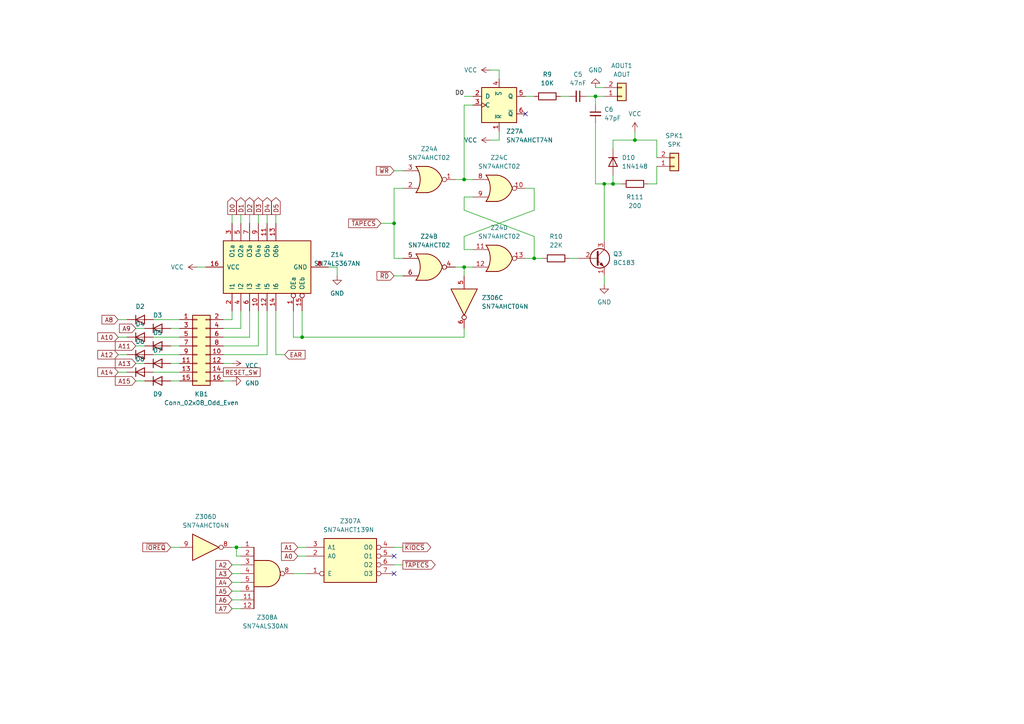
<source format=kicad_sch>
(kicad_sch (version 20230121) (generator eeschema)
  (paper "A4")
  (title_block (title "JupiterAce Z80 plus KIO and new memory format.") (date "2023-02-09") (rev "${REVNUM}") (company "Ontobus") (comment 1 "John Bradley") (comment 2 "https://creativecommons.org/licenses/by-nc-sa/4.0/") (comment 3 "Attribution-NonCommercial-ShareAlike 4.0 International License.") (comment 4 "This work is licensed under a Creative Commons "))
  (lib_symbols
    (symbol "74xx-FIX:74LS30" (pin_names (offset 1.016))
      (property "Reference" "U" (at 0 1.27 0))
      (property "Value" "74LS30" (at 0 -1.27 0))
      (symbol "74LS30_1_0"
        (pin no_connect line (at 0 -5.08 0) (length 2.54) hide (name "") (number "10"))
        (pin no_connect line (at -1.27 -6.35 0) (length 2.54) hide (name "") (number "13"))
        (pin no_connect line (at 0 -6.35 0) (length 2.54) hide (name "") (number "9"))
      )
      (symbol "74LS30_1_1"
        (arc (start 0 -3.81) (mid 3.7934 0) (end 0 3.81) (stroke (width 0.254)) (fill (type background)))
        (polyline (pts (xy -3.81 7.62) (xy -3.81 -10.16)) (stroke (width 0.254)))
        (polyline (pts (xy 0 3.81) (xy -3.81 3.81) (xy -3.81 -3.81) (xy 0 -3.81)) (stroke (width 0.254)) (fill (type background)))
        (pin input line (at -7.62 7.62 0) (length 3.81) (name "~") (number "1"))
        (pin input line (at -7.62 -7.62 0) (length 3.81) (name "~") (number "11"))
        (pin input line (at -7.62 -10.16 0) (length 3.81) (name "~") (number "12"))
        (pin input line (at -7.62 5.08 0) (length 3.81) (name "~") (number "2"))
        (pin input line (at -7.62 2.54 0) (length 3.81) (name "~") (number "3"))
        (pin input line (at -7.62 0 0) (length 3.81) (name "~") (number "4"))
        (pin input line (at -7.62 -2.54 0) (length 3.81) (name "~") (number "5"))
        (pin input line (at -7.62 -5.08 0) (length 3.81) (name "~") (number "6"))
        (pin output inverted (at 7.62 0 180) (length 3.81) (name "~") (number "8"))
      )
      (symbol "74LS30_1_2"
        (arc (start -3.81 -3.81) (mid -2.589 0) (end -3.81 3.81) (stroke (width 0.254)))
        (arc (start -0.6096 -3.81) (mid 2.1855 -2.584) (end 3.81 0) (stroke (width 0.254)) (fill (type background)))
        (polyline (pts (xy -3.81 -3.81) (xy -3.81 -10.16)) (stroke (width 0.254)))
        (polyline (pts (xy -3.81 -3.81) (xy -0.635 -3.81)) (stroke (width 0.254)) (fill (type background)))
        (polyline (pts (xy -3.81 3.81) (xy -0.635 3.81)) (stroke (width 0.254)) (fill (type background)))
        (polyline (pts (xy -3.81 7.62) (xy -3.81 3.81)) (stroke (width 0.254)))
        (polyline (pts (xy -0.635 3.81) (xy -3.81 3.81) (xy -3.81 3.81) (xy -3.556 3.4036) (xy -3.0226 2.2606) (xy -2.6924 1.0414) (xy -2.6162 -0.254) (xy -2.7686 -1.4986) (xy -3.175 -2.7178) (xy -3.81 -3.81) (xy -3.81 -3.81) (xy -0.635 -3.81)) (stroke (width -25.4)) (fill (type background)))
        (arc (start 3.81 0) (mid 2.1928 2.5925) (end -0.6096 3.81) (stroke (width 0.254)) (fill (type background)))
        (pin input inverted (at -7.62 7.62 0) (length 3.81) (name "~") (number "1"))
        (pin input inverted (at -7.62 -7.62 0) (length 3.81) (name "~") (number "11"))
        (pin input inverted (at -7.62 -10.16 0) (length 3.81) (name "~") (number "12"))
        (pin input inverted (at -7.62 5.08 0) (length 3.81) (name "~") (number "2"))
        (pin input inverted (at -7.62 2.54 0) (length 4.5466) (name "~") (number "3"))
        (pin input inverted (at -7.62 0 0) (length 5.08) (name "~") (number "4"))
        (pin input inverted (at -7.62 -2.54 0) (length 4.5466) (name "~") (number "5"))
        (pin input inverted (at -7.62 -5.08 0) (length 3.81) (name "~") (number "6"))
        (pin output line (at 7.62 0 180) (length 3.81) (name "~") (number "8"))
      )
      (symbol "74LS30_2_0"
        (pin power_in line (at 0 12.7 270) (length 5.08) (name "VCC") (number "14"))
        (pin power_in line (at 0 -12.7 90) (length 5.08) (name "GND") (number "7"))
      )
      (symbol "74LS30_2_1"
        (rectangle (start -5.08 7.62) (end 5.08 -7.62) (stroke (width 0.254)) (fill (type background)))
      )
    )
    (symbol "74xx:74LS02" (pin_names (offset 1.016))
      (property "Reference" "U" (at 8.255 -3.81 0))
      (property "Value" "74LS02" (at 8.255 -6.985 0))
      (symbol "74LS02_1_1"
        (arc (start -3.81 -3.81) (mid -2.589 0) (end -3.81 3.81) (stroke (width 0.254)))
        (arc (start -0.6096 -3.81) (mid 2.1842 -2.5851) (end 3.81 0) (stroke (width 0.254)) (fill (type background)))
        (polyline (pts (xy -3.81 -3.81) (xy -0.635 -3.81)) (stroke (width 0.254)) (fill (type background)))
        (polyline (pts (xy -3.81 3.81) (xy -0.635 3.81)) (stroke (width 0.254)) (fill (type background)))
        (polyline (pts (xy -0.635 3.81) (xy -3.81 3.81) (xy -3.81 3.81) (xy -3.556 3.4036) (xy -3.0226 2.2606) (xy -2.6924 1.0414) (xy -2.6162 -0.254) (xy -2.7686 -1.4986) (xy -3.175 -2.7178) (xy -3.81 -3.81) (xy -3.81 -3.81) (xy -0.635 -3.81)) (stroke (width -25.4)) (fill (type background)))
        (arc (start 3.81 0) (mid 2.1915 2.5936) (end -0.6096 3.81) (stroke (width 0.254)) (fill (type background)))
        (pin output inverted (at 7.62 0 180) (length 3.81) (name "~") (number "1"))
        (pin input line (at -7.62 2.54 0) (length 4.318) (name "~") (number "2"))
        (pin input line (at -7.62 -2.54 0) (length 4.318) (name "~") (number "3"))
      )
      (symbol "74LS02_1_2"
        (arc (start 0 -3.81) (mid 3.7934 0) (end 0 3.81) (stroke (width 0.254)) (fill (type background)))
        (polyline (pts (xy 0 3.81) (xy -3.81 3.81) (xy -3.81 -3.81) (xy 0 -3.81)) (stroke (width 0.254)) (fill (type background)))
        (pin output line (at 7.62 0 180) (length 3.81) (name "~") (number "1"))
        (pin input inverted (at -7.62 2.54 0) (length 3.81) (name "~") (number "2"))
        (pin input inverted (at -7.62 -2.54 0) (length 3.81) (name "~") (number "3"))
      )
      (symbol "74LS02_2_1"
        (arc (start -3.81 -3.81) (mid -2.589 0) (end -3.81 3.81) (stroke (width 0.254)))
        (arc (start -0.6096 -3.81) (mid 2.1842 -2.5851) (end 3.81 0) (stroke (width 0.254)) (fill (type background)))
        (polyline (pts (xy -3.81 -3.81) (xy -0.635 -3.81)) (stroke (width 0.254)) (fill (type background)))
        (polyline (pts (xy -3.81 3.81) (xy -0.635 3.81)) (stroke (width 0.254)) (fill (type background)))
        (polyline (pts (xy -0.635 3.81) (xy -3.81 3.81) (xy -3.81 3.81) (xy -3.556 3.4036) (xy -3.0226 2.2606) (xy -2.6924 1.0414) (xy -2.6162 -0.254) (xy -2.7686 -1.4986) (xy -3.175 -2.7178) (xy -3.81 -3.81) (xy -3.81 -3.81) (xy -0.635 -3.81)) (stroke (width -25.4)) (fill (type background)))
        (arc (start 3.81 0) (mid 2.1915 2.5936) (end -0.6096 3.81) (stroke (width 0.254)) (fill (type background)))
        (pin output inverted (at 7.62 0 180) (length 3.81) (name "~") (number "4"))
        (pin input line (at -7.62 2.54 0) (length 4.318) (name "~") (number "5"))
        (pin input line (at -7.62 -2.54 0) (length 4.318) (name "~") (number "6"))
      )
      (symbol "74LS02_2_2"
        (arc (start 0 -3.81) (mid 3.7934 0) (end 0 3.81) (stroke (width 0.254)) (fill (type background)))
        (polyline (pts (xy 0 3.81) (xy -3.81 3.81) (xy -3.81 -3.81) (xy 0 -3.81)) (stroke (width 0.254)) (fill (type background)))
        (pin output line (at 7.62 0 180) (length 3.81) (name "~") (number "4"))
        (pin input inverted (at -7.62 2.54 0) (length 3.81) (name "~") (number "5"))
        (pin input inverted (at -7.62 -2.54 0) (length 3.81) (name "~") (number "6"))
      )
      (symbol "74LS02_3_1"
        (arc (start -3.81 -3.81) (mid -2.589 0) (end -3.81 3.81) (stroke (width 0.254)))
        (arc (start -0.6096 -3.81) (mid 2.1842 -2.5851) (end 3.81 0) (stroke (width 0.254)) (fill (type background)))
        (polyline (pts (xy -3.81 -3.81) (xy -0.635 -3.81)) (stroke (width 0.254)) (fill (type background)))
        (polyline (pts (xy -3.81 3.81) (xy -0.635 3.81)) (stroke (width 0.254)) (fill (type background)))
        (polyline (pts (xy -0.635 3.81) (xy -3.81 3.81) (xy -3.81 3.81) (xy -3.556 3.4036) (xy -3.0226 2.2606) (xy -2.6924 1.0414) (xy -2.6162 -0.254) (xy -2.7686 -1.4986) (xy -3.175 -2.7178) (xy -3.81 -3.81) (xy -3.81 -3.81) (xy -0.635 -3.81)) (stroke (width -25.4)) (fill (type background)))
        (arc (start 3.81 0) (mid 2.1915 2.5936) (end -0.6096 3.81) (stroke (width 0.254)) (fill (type background)))
        (pin output inverted (at 7.62 0 180) (length 3.81) (name "~") (number "10"))
        (pin input line (at -7.62 2.54 0) (length 4.318) (name "~") (number "8"))
        (pin input line (at -7.62 -2.54 0) (length 4.318) (name "~") (number "9"))
      )
      (symbol "74LS02_3_2"
        (arc (start 0 -3.81) (mid 3.7934 0) (end 0 3.81) (stroke (width 0.254)) (fill (type background)))
        (polyline (pts (xy 0 3.81) (xy -3.81 3.81) (xy -3.81 -3.81) (xy 0 -3.81)) (stroke (width 0.254)) (fill (type background)))
        (pin output line (at 7.62 0 180) (length 3.81) (name "~") (number "10"))
        (pin input inverted (at -7.62 2.54 0) (length 3.81) (name "~") (number "8"))
        (pin input inverted (at -7.62 -2.54 0) (length 3.81) (name "~") (number "9"))
      )
      (symbol "74LS02_4_1"
        (arc (start -3.81 -3.81) (mid -2.589 0) (end -3.81 3.81) (stroke (width 0.254)))
        (arc (start -0.6096 -3.81) (mid 2.1842 -2.5851) (end 3.81 0) (stroke (width 0.254)) (fill (type background)))
        (polyline (pts (xy -3.81 -3.81) (xy -0.635 -3.81)) (stroke (width 0.254)) (fill (type background)))
        (polyline (pts (xy -3.81 3.81) (xy -0.635 3.81)) (stroke (width 0.254)) (fill (type background)))
        (polyline (pts (xy -0.635 3.81) (xy -3.81 3.81) (xy -3.81 3.81) (xy -3.556 3.4036) (xy -3.0226 2.2606) (xy -2.6924 1.0414) (xy -2.6162 -0.254) (xy -2.7686 -1.4986) (xy -3.175 -2.7178) (xy -3.81 -3.81) (xy -3.81 -3.81) (xy -0.635 -3.81)) (stroke (width -25.4)) (fill (type background)))
        (arc (start 3.81 0) (mid 2.1915 2.5936) (end -0.6096 3.81) (stroke (width 0.254)) (fill (type background)))
        (pin input line (at -7.62 2.54 0) (length 4.318) (name "~") (number "11"))
        (pin input line (at -7.62 -2.54 0) (length 4.318) (name "~") (number "12"))
        (pin output inverted (at 7.62 0 180) (length 3.81) (name "~") (number "13"))
      )
      (symbol "74LS02_4_2"
        (arc (start 0 -3.81) (mid 3.7934 0) (end 0 3.81) (stroke (width 0.254)) (fill (type background)))
        (polyline (pts (xy 0 3.81) (xy -3.81 3.81) (xy -3.81 -3.81) (xy 0 -3.81)) (stroke (width 0.254)) (fill (type background)))
        (pin input inverted (at -7.62 2.54 0) (length 3.81) (name "~") (number "11"))
        (pin input inverted (at -7.62 -2.54 0) (length 3.81) (name "~") (number "12"))
        (pin output line (at 7.62 0 180) (length 3.81) (name "~") (number "13"))
      )
      (symbol "74LS02_5_0"
        (pin power_in line (at 0 12.7 270) (length 5.08) (name "VCC") (number "14"))
        (pin power_in line (at 0 -12.7 90) (length 5.08) (name "GND") (number "7"))
      )
      (symbol "74LS02_5_1"
        (rectangle (start -5.08 7.62) (end 5.08 -7.62) (stroke (width 0.254)) (fill (type background)))
      )
    )
    (symbol "74xx:74LS04"
      (property "Reference" "U" (at 0 1.27 0))
      (property "Value" "74LS04" (at 0 -1.27 0))
      (symbol "74LS04_1_0"
        (polyline (pts (xy -3.81 3.81) (xy -3.81 -3.81) (xy 3.81 0) (xy -3.81 3.81)) (stroke (width 0.254)) (fill (type background)))
        (pin input line (at -7.62 0 0) (length 3.81) (name "~") (number "1"))
        (pin output inverted (at 7.62 0 180) (length 3.81) (name "~") (number "2"))
      )
      (symbol "74LS04_2_0"
        (polyline (pts (xy -3.81 3.81) (xy -3.81 -3.81) (xy 3.81 0) (xy -3.81 3.81)) (stroke (width 0.254)) (fill (type background)))
        (pin input line (at -7.62 0 0) (length 3.81) (name "~") (number "3"))
        (pin output inverted (at 7.62 0 180) (length 3.81) (name "~") (number "4"))
      )
      (symbol "74LS04_3_0"
        (polyline (pts (xy -3.81 3.81) (xy -3.81 -3.81) (xy 3.81 0) (xy -3.81 3.81)) (stroke (width 0.254)) (fill (type background)))
        (pin input line (at -7.62 0 0) (length 3.81) (name "~") (number "5"))
        (pin output inverted (at 7.62 0 180) (length 3.81) (name "~") (number "6"))
      )
      (symbol "74LS04_4_0"
        (polyline (pts (xy -3.81 3.81) (xy -3.81 -3.81) (xy 3.81 0) (xy -3.81 3.81)) (stroke (width 0.254)) (fill (type background)))
        (pin output inverted (at 7.62 0 180) (length 3.81) (name "~") (number "8"))
        (pin input line (at -7.62 0 0) (length 3.81) (name "~") (number "9"))
      )
      (symbol "74LS04_5_0"
        (polyline (pts (xy -3.81 3.81) (xy -3.81 -3.81) (xy 3.81 0) (xy -3.81 3.81)) (stroke (width 0.254)) (fill (type background)))
        (pin output inverted (at 7.62 0 180) (length 3.81) (name "~") (number "10"))
        (pin input line (at -7.62 0 0) (length 3.81) (name "~") (number "11"))
      )
      (symbol "74LS04_6_0"
        (polyline (pts (xy -3.81 3.81) (xy -3.81 -3.81) (xy 3.81 0) (xy -3.81 3.81)) (stroke (width 0.254)) (fill (type background)))
        (pin output inverted (at 7.62 0 180) (length 3.81) (name "~") (number "12"))
        (pin input line (at -7.62 0 0) (length 3.81) (name "~") (number "13"))
      )
      (symbol "74LS04_7_0"
        (pin power_in line (at 0 12.7 270) (length 5.08) (name "VCC") (number "14"))
        (pin power_in line (at 0 -12.7 90) (length 5.08) (name "GND") (number "7"))
      )
      (symbol "74LS04_7_1"
        (rectangle (start -5.08 7.62) (end 5.08 -7.62) (stroke (width 0.254)) (fill (type background)))
      )
    )
    (symbol "74xx:74LS139" (pin_names (offset 1.016))
      (property "Reference" "U" (at -7.62 8.89 0))
      (property "Value" "74LS139" (at -7.62 -8.89 0))
      (symbol "74LS139_1_0"
        (pin input inverted (at -12.7 -5.08 0) (length 5.08) (name "E") (number "1"))
        (pin input line (at -12.7 0 0) (length 5.08) (name "A0") (number "2"))
        (pin input line (at -12.7 2.54 0) (length 5.08) (name "A1") (number "3"))
        (pin output inverted (at 12.7 2.54 180) (length 5.08) (name "O0") (number "4"))
        (pin output inverted (at 12.7 0 180) (length 5.08) (name "O1") (number "5"))
        (pin output inverted (at 12.7 -2.54 180) (length 5.08) (name "O2") (number "6"))
        (pin output inverted (at 12.7 -5.08 180) (length 5.08) (name "O3") (number "7"))
      )
      (symbol "74LS139_1_1"
        (rectangle (start -7.62 5.08) (end 7.62 -7.62) (stroke (width 0.254)) (fill (type background)))
      )
      (symbol "74LS139_2_0"
        (pin output inverted (at 12.7 -2.54 180) (length 5.08) (name "O2") (number "10"))
        (pin output inverted (at 12.7 0 180) (length 5.08) (name "O1") (number "11"))
        (pin output inverted (at 12.7 2.54 180) (length 5.08) (name "O0") (number "12"))
        (pin input line (at -12.7 2.54 0) (length 5.08) (name "A1") (number "13"))
        (pin input line (at -12.7 0 0) (length 5.08) (name "A0") (number "14"))
        (pin input inverted (at -12.7 -5.08 0) (length 5.08) (name "E") (number "15"))
        (pin output inverted (at 12.7 -5.08 180) (length 5.08) (name "O3") (number "9"))
      )
      (symbol "74LS139_2_1"
        (rectangle (start -7.62 5.08) (end 7.62 -7.62) (stroke (width 0.254)) (fill (type background)))
      )
      (symbol "74LS139_3_0"
        (pin power_in line (at 0 12.7 270) (length 5.08) (name "VCC") (number "16"))
        (pin power_in line (at 0 -12.7 90) (length 5.08) (name "GND") (number "8"))
      )
      (symbol "74LS139_3_1"
        (rectangle (start -5.08 7.62) (end 5.08 -7.62) (stroke (width 0.254)) (fill (type background)))
      )
    )
    (symbol "74xx:74LS367" (pin_names (offset 1.016))
      (property "Reference" "U" (at -7.62 13.97 0))
      (property "Value" "74LS367" (at -7.62 -13.97 0))
      (symbol "74LS367_1_0"
        (pin input inverted (at -12.7 -7.62 0) (length 5.08) (name "OEa") (number "1"))
        (pin input line (at -12.7 2.54 0) (length 5.08) (name "I4") (number "10"))
        (pin tri_state line (at 12.7 0 180) (length 5.08) (name "O5b") (number "11"))
        (pin input line (at -12.7 0 0) (length 5.08) (name "I5") (number "12"))
        (pin tri_state line (at 12.7 -2.54 180) (length 5.08) (name "O6b") (number "13"))
        (pin input line (at -12.7 -2.54 0) (length 5.08) (name "I6") (number "14"))
        (pin input inverted (at -12.7 -10.16 0) (length 5.08) (name "OEb") (number "15"))
        (pin power_in line (at 0 17.78 270) (length 5.08) (name "VCC") (number "16"))
        (pin input line (at -12.7 10.16 0) (length 5.08) (name "I1") (number "2"))
        (pin tri_state line (at 12.7 10.16 180) (length 5.08) (name "O1a") (number "3"))
        (pin input line (at -12.7 7.62 0) (length 5.08) (name "I2") (number "4"))
        (pin tri_state line (at 12.7 7.62 180) (length 5.08) (name "O2a") (number "5"))
        (pin input line (at -12.7 5.08 0) (length 5.08) (name "I3") (number "6"))
        (pin tri_state line (at 12.7 5.08 180) (length 5.08) (name "O3a") (number "7"))
        (pin power_in line (at 0 -17.78 90) (length 5.08) (name "GND") (number "8"))
        (pin tri_state line (at 12.7 2.54 180) (length 5.08) (name "O4a") (number "9"))
      )
      (symbol "74LS367_1_1"
        (rectangle (start -7.62 12.7) (end 7.62 -12.7) (stroke (width 0.254)) (fill (type background)))
      )
    )
    (symbol "74xx:74LS74" (pin_names (offset 1.016))
      (property "Reference" "U" (at -7.62 8.89 0))
      (property "Value" "74LS74" (at -7.62 -8.89 0))
      (symbol "74LS74_1_0"
        (pin input line (at 0 -7.62 90) (length 2.54) (name "~{R}") (number "1"))
        (pin input line (at -7.62 2.54 0) (length 2.54) (name "D") (number "2"))
        (pin input clock (at -7.62 0 0) (length 2.54) (name "C") (number "3"))
        (pin input line (at 0 7.62 270) (length 2.54) (name "~{S}") (number "4"))
        (pin output line (at 7.62 2.54 180) (length 2.54) (name "Q") (number "5"))
        (pin output line (at 7.62 -2.54 180) (length 2.54) (name "~{Q}") (number "6"))
      )
      (symbol "74LS74_1_1"
        (rectangle (start -5.08 5.08) (end 5.08 -5.08) (stroke (width 0.254)) (fill (type background)))
      )
      (symbol "74LS74_2_0"
        (pin input line (at 0 7.62 270) (length 2.54) (name "~{S}") (number "10"))
        (pin input clock (at -7.62 0 0) (length 2.54) (name "C") (number "11"))
        (pin input line (at -7.62 2.54 0) (length 2.54) (name "D") (number "12"))
        (pin input line (at 0 -7.62 90) (length 2.54) (name "~{R}") (number "13"))
        (pin output line (at 7.62 -2.54 180) (length 2.54) (name "~{Q}") (number "8"))
        (pin output line (at 7.62 2.54 180) (length 2.54) (name "Q") (number "9"))
      )
      (symbol "74LS74_2_1"
        (rectangle (start -5.08 5.08) (end 5.08 -5.08) (stroke (width 0.254)) (fill (type background)))
      )
      (symbol "74LS74_3_0"
        (pin power_in line (at 0 10.16 270) (length 2.54) (name "VCC") (number "14"))
        (pin power_in line (at 0 -10.16 90) (length 2.54) (name "GND") (number "7"))
      )
      (symbol "74LS74_3_1"
        (rectangle (start -5.08 7.62) (end 5.08 -7.62) (stroke (width 0.254)) (fill (type background)))
      )
    )
    (symbol "Connector_Generic:Conn_01x02" (pin_names (offset 1.016) hide)
      (property "Reference" "J" (at 0 2.54 0))
      (property "Value" "Conn_01x02" (at 0 -5.08 0))
      (symbol "Conn_01x02_1_1"
        (rectangle (start -1.27 -2.413) (end 0 -2.667) (stroke (width 0.1524)))
        (rectangle (start -1.27 0.127) (end 0 -0.127) (stroke (width 0.1524)))
        (rectangle (start -1.27 1.27) (end 1.27 -3.81) (stroke (width 0.254)) (fill (type background)))
        (pin passive line (at -5.08 0 0) (length 3.81) (name "Pin_1") (number "1"))
        (pin passive line (at -5.08 -2.54 0) (length 3.81) (name "Pin_2") (number "2"))
      )
    )
    (symbol "Connector_Generic:Conn_02x08_Odd_Even" (pin_names (offset 1.016) hide)
      (property "Reference" "J" (at 1.27 10.16 0))
      (property "Value" "Conn_02x08_Odd_Even" (at 1.27 -12.7 0))
      (symbol "Conn_02x08_Odd_Even_1_1"
        (rectangle (start -1.27 -10.033) (end 0 -10.287) (stroke (width 0.1524)))
        (rectangle (start -1.27 -7.493) (end 0 -7.747) (stroke (width 0.1524)))
        (rectangle (start -1.27 -4.953) (end 0 -5.207) (stroke (width 0.1524)))
        (rectangle (start -1.27 -2.413) (end 0 -2.667) (stroke (width 0.1524)))
        (rectangle (start -1.27 0.127) (end 0 -0.127) (stroke (width 0.1524)))
        (rectangle (start -1.27 2.667) (end 0 2.413) (stroke (width 0.1524)))
        (rectangle (start -1.27 5.207) (end 0 4.953) (stroke (width 0.1524)))
        (rectangle (start -1.27 7.747) (end 0 7.493) (stroke (width 0.1524)))
        (rectangle (start -1.27 8.89) (end 3.81 -11.43) (stroke (width 0.254)) (fill (type background)))
        (rectangle (start 3.81 -10.033) (end 2.54 -10.287) (stroke (width 0.1524)))
        (rectangle (start 3.81 -7.493) (end 2.54 -7.747) (stroke (width 0.1524)))
        (rectangle (start 3.81 -4.953) (end 2.54 -5.207) (stroke (width 0.1524)))
        (rectangle (start 3.81 -2.413) (end 2.54 -2.667) (stroke (width 0.1524)))
        (rectangle (start 3.81 0.127) (end 2.54 -0.127) (stroke (width 0.1524)))
        (rectangle (start 3.81 2.667) (end 2.54 2.413) (stroke (width 0.1524)))
        (rectangle (start 3.81 5.207) (end 2.54 4.953) (stroke (width 0.1524)))
        (rectangle (start 3.81 7.747) (end 2.54 7.493) (stroke (width 0.1524)))
        (pin passive line (at -5.08 7.62 0) (length 3.81) (name "Pin_1") (number "1"))
        (pin passive line (at 7.62 -2.54 180) (length 3.81) (name "Pin_10") (number "10"))
        (pin passive line (at -5.08 -5.08 0) (length 3.81) (name "Pin_11") (number "11"))
        (pin passive line (at 7.62 -5.08 180) (length 3.81) (name "Pin_12") (number "12"))
        (pin passive line (at -5.08 -7.62 0) (length 3.81) (name "Pin_13") (number "13"))
        (pin passive line (at 7.62 -7.62 180) (length 3.81) (name "Pin_14") (number "14"))
        (pin passive line (at -5.08 -10.16 0) (length 3.81) (name "Pin_15") (number "15"))
        (pin passive line (at 7.62 -10.16 180) (length 3.81) (name "Pin_16") (number "16"))
        (pin passive line (at 7.62 7.62 180) (length 3.81) (name "Pin_2") (number "2"))
        (pin passive line (at -5.08 5.08 0) (length 3.81) (name "Pin_3") (number "3"))
        (pin passive line (at 7.62 5.08 180) (length 3.81) (name "Pin_4") (number "4"))
        (pin passive line (at -5.08 2.54 0) (length 3.81) (name "Pin_5") (number "5"))
        (pin passive line (at 7.62 2.54 180) (length 3.81) (name "Pin_6") (number "6"))
        (pin passive line (at -5.08 0 0) (length 3.81) (name "Pin_7") (number "7"))
        (pin passive line (at 7.62 0 180) (length 3.81) (name "Pin_8") (number "8"))
        (pin passive line (at -5.08 -2.54 0) (length 3.81) (name "Pin_9") (number "9"))
      )
    )
    (symbol "Device:C_Small" (pin_numbers hide) (pin_names (offset 0.254) hide)
      (property "Reference" "C" (at 0.254 1.778 0))
      (property "Value" "C_Small" (at 0.254 -2.032 0))
      (symbol "C_Small_0_1"
        (polyline (pts (xy -1.524 -0.508) (xy 1.524 -0.508)) (stroke (width 0.3302)))
        (polyline (pts (xy -1.524 0.508) (xy 1.524 0.508)) (stroke (width 0.3048)))
      )
      (symbol "C_Small_1_1"
        (pin passive line (at 0 2.54 270) (length 2.032) (name "~") (number "1"))
        (pin passive line (at 0 -2.54 90) (length 2.032) (name "~") (number "2"))
      )
    )
    (symbol "Device:Q_NPN_EBC" (pin_names (offset 0) hide)
      (property "Reference" "Q" (at 5.08 1.27 0))
      (property "Value" "Q_NPN_EBC" (at 5.08 -1.27 0))
      (symbol "Q_NPN_EBC_0_1"
        (polyline (pts (xy 0.635 0.635) (xy 2.54 2.54)))
        (polyline (pts (xy 0.635 -0.635) (xy 2.54 -2.54) (xy 2.54 -2.54)))
        (polyline (pts (xy 0.635 1.905) (xy 0.635 -1.905) (xy 0.635 -1.905)) (stroke (width 0.508)))
        (polyline (pts (xy 1.27 -1.778) (xy 1.778 -1.27) (xy 2.286 -2.286) (xy 1.27 -1.778) (xy 1.27 -1.778)) (fill (type outline)))
        (circle (center 1.27 0) (radius 2.8194) (stroke (width 0.254)))
      )
      (symbol "Q_NPN_EBC_1_1"
        (pin passive line (at 2.54 -5.08 90) (length 2.54) (name "E") (number "1"))
        (pin passive line (at -5.08 0 0) (length 5.715) (name "B") (number "2"))
        (pin passive line (at 2.54 5.08 270) (length 2.54) (name "C") (number "3"))
      )
    )
    (symbol "Device:R" (pin_numbers hide) (pin_names (offset 0))
      (property "Reference" "R" (at 2.032 0 90))
      (property "Value" "R" (at 0 0 90))
      (symbol "R_0_1"
        (rectangle (start -1.016 -2.54) (end 1.016 2.54) (stroke (width 0.254)))
      )
      (symbol "R_1_1"
        (pin passive line (at 0 3.81 270) (length 1.27) (name "~") (number "1"))
        (pin passive line (at 0 -3.81 90) (length 1.27) (name "~") (number "2"))
      )
    )
    (symbol "Diode:1N4148" (pin_numbers hide) (pin_names hide)
      (property "Reference" "D" (at 0 2.54 0))
      (property "Value" "1N4148" (at 0 -2.54 0))
      (symbol "1N4148_0_1"
        (polyline (pts (xy -1.27 1.27) (xy -1.27 -1.27)) (stroke (width 0.254)))
        (polyline (pts (xy 1.27 0) (xy -1.27 0)))
        (polyline (pts (xy 1.27 1.27) (xy 1.27 -1.27) (xy -1.27 0) (xy 1.27 1.27)) (stroke (width 0.254)))
      )
      (symbol "1N4148_1_1"
        (pin passive line (at -3.81 0 0) (length 2.54) (name "K") (number "1"))
        (pin passive line (at 3.81 0 180) (length 2.54) (name "A") (number "2"))
      )
    )
    (symbol "power:GND" (power) (pin_names (offset 0))
      (property "Value" "GND" (at 0 -3.81 0))
      (symbol "GND_0_1"
        (polyline (pts (xy 0 0) (xy 0 -1.27) (xy 1.27 -1.27) (xy 0 -2.54) (xy -1.27 -1.27) (xy 0 -1.27)))
      )
      (symbol "GND_1_1"
        (pin power_in line (at 0 0 270) (length 0) hide (name "GND") (number "1"))
      )
    )
    (symbol "power:VCC" (power) (pin_names (offset 0))
      (property "Value" "VCC" (at 0 3.81 0))
      (symbol "VCC_0_1"
        (polyline (pts (xy -0.762 1.27) (xy 0 2.54)))
        (polyline (pts (xy 0 0) (xy 0 2.54)))
        (polyline (pts (xy 0 2.54) (xy 0.762 1.27)))
      )
      (symbol "VCC_1_1"
        (pin power_in line (at 0 0 90) (length 0) hide (name "VCC") (number "1"))
      )
    )
  )
  (junction (at 114.3 64.77))
  (junction (at 172.72 27.94))
  (junction (at 87.63 97.79))
  (junction (at 134.62 77.47))
  (junction (at 184.15 40.64))
  (junction (at 175.26 53.34))
  (junction (at 68.58 158.75))
  (junction (at 154.94 74.93))
  (junction (at 177.8 53.34))
  (junction (at 134.62 52.07))
  (no_connect (at 114.3 166.37))
  (no_connect (at 114.3 161.29))
  (no_connect (at 152.4 33.02))
  (wire (pts (xy 88.9 166.37) (xy 85.09 166.37)))
  (wire (pts (xy 69.85 158.75) (xy 68.58 158.75)))
  (wire (pts (xy 154.94 54.61) (xy 154.94 60.96)))
  (wire (pts (xy 41.91 95.25) (xy 39.37 95.25)))
  (wire (pts (xy 172.72 27.94) (xy 175.26 27.94)))
  (wire (pts (xy 134.62 77.47) (xy 137.16 77.47)))
  (wire (pts (xy 177.8 40.64) (xy 177.8 43.18)))
  (wire (pts (xy 80.01 90.17) (xy 80.01 102.87)))
  (wire (pts (xy 114.3 74.93) (xy 116.84 74.93)))
  (wire (pts (xy 74.93 100.33) (xy 64.77 100.33)))
  (wire (pts (xy 36.83 92.71) (xy 34.29 92.71)))
  (wire (pts (xy 175.26 82.55) (xy 175.26 80.01)))
  (wire (pts (xy 152.4 74.93) (xy 154.94 74.93)))
  (wire (pts (xy 175.26 53.34) (xy 175.26 69.85)))
  (wire (pts (xy 152.4 27.94) (xy 154.94 27.94)))
  (wire (pts (xy 134.62 95.25) (xy 134.62 97.79)))
  (wire (pts (xy 52.07 102.87) (xy 44.45 102.87)))
  (wire (pts (xy 69.85 163.83) (xy 67.31 163.83)))
  (wire (pts (xy 134.62 68.58) (xy 134.62 72.39)))
  (wire (pts (xy 77.47 64.77) (xy 77.47 62.23)))
  (wire (pts (xy 177.8 40.64) (xy 184.15 40.64)))
  (wire (pts (xy 172.72 53.34) (xy 172.72 35.56)))
  (wire (pts (xy 69.85 64.77) (xy 69.85 62.23)))
  (wire (pts (xy 68.58 158.75) (xy 67.31 158.75)))
  (wire (pts (xy 68.58 158.75) (xy 68.58 161.29)))
  (wire (pts (xy 142.24 40.64) (xy 144.78 40.64)))
  (wire (pts (xy 132.08 77.47) (xy 134.62 77.47)))
  (wire (pts (xy 190.5 40.64) (xy 184.15 40.64)))
  (wire (pts (xy 116.84 49.53) (xy 114.3 49.53)))
  (wire (pts (xy 80.01 102.87) (xy 82.55 102.87)))
  (wire (pts (xy 49.53 110.49) (xy 52.07 110.49)))
  (wire (pts (xy 64.77 95.25) (xy 69.85 95.25)))
  (wire (pts (xy 137.16 52.07) (xy 134.62 52.07)))
  (wire (pts (xy 69.85 166.37) (xy 67.31 166.37)))
  (wire (pts (xy 85.09 90.17) (xy 85.09 97.79)))
  (wire (pts (xy 69.85 90.17) (xy 69.85 95.25)))
  (wire (pts (xy 162.56 27.94) (xy 165.1 27.94)))
  (wire (pts (xy 67.31 90.17) (xy 67.31 92.71)))
  (wire (pts (xy 64.77 110.49) (xy 67.31 110.49)))
  (wire (pts (xy 64.77 102.87) (xy 77.47 102.87)))
  (wire (pts (xy 69.85 168.91) (xy 67.31 168.91)))
  (wire (pts (xy 152.4 54.61) (xy 154.94 54.61)))
  (wire (pts (xy 74.93 90.17) (xy 74.93 100.33)))
  (wire (pts (xy 190.5 45.72) (xy 190.5 40.64)))
  (wire (pts (xy 172.72 25.4) (xy 175.26 25.4)))
  (wire (pts (xy 49.53 95.25) (xy 52.07 95.25)))
  (wire (pts (xy 88.9 161.29) (xy 86.36 161.29)))
  (wire (pts (xy 95.25 77.47) (xy 97.79 77.47)))
  (wire (pts (xy 134.62 60.96) (xy 154.94 68.58)))
  (wire (pts (xy 134.62 27.94) (xy 137.16 27.94)))
  (wire (pts (xy 41.91 105.41) (xy 39.37 105.41)))
  (wire (pts (xy 97.79 77.47) (xy 97.79 80.01)))
  (wire (pts (xy 170.18 27.94) (xy 172.72 27.94)))
  (wire (pts (xy 41.91 100.33) (xy 39.37 100.33)))
  (wire (pts (xy 87.63 90.17) (xy 87.63 97.79)))
  (wire (pts (xy 134.62 30.48) (xy 137.16 30.48)))
  (wire (pts (xy 114.3 54.61) (xy 114.3 64.77)))
  (wire (pts (xy 59.69 77.47) (xy 57.15 77.47)))
  (wire (pts (xy 134.62 60.96) (xy 134.62 57.15)))
  (wire (pts (xy 52.07 158.75) (xy 49.53 158.75)))
  (wire (pts (xy 72.39 90.17) (xy 72.39 97.79)))
  (wire (pts (xy 154.94 74.93) (xy 157.48 74.93)))
  (wire (pts (xy 175.26 53.34) (xy 177.8 53.34)))
  (wire (pts (xy 52.07 97.79) (xy 44.45 97.79)))
  (wire (pts (xy 68.58 161.29) (xy 69.85 161.29)))
  (wire (pts (xy 142.24 20.32) (xy 144.78 20.32)))
  (wire (pts (xy 184.15 40.64) (xy 184.15 38.1)))
  (wire (pts (xy 87.63 97.79) (xy 134.62 97.79)))
  (wire (pts (xy 88.9 158.75) (xy 86.36 158.75)))
  (wire (pts (xy 64.77 105.41) (xy 67.31 105.41)))
  (wire (pts (xy 69.85 176.53) (xy 67.31 176.53)))
  (wire (pts (xy 72.39 64.77) (xy 72.39 62.23)))
  (wire (pts (xy 190.5 48.26) (xy 190.5 53.34)))
  (wire (pts (xy 154.94 60.96) (xy 134.62 68.58)))
  (wire (pts (xy 134.62 57.15) (xy 137.16 57.15)))
  (wire (pts (xy 144.78 38.1) (xy 144.78 40.64)))
  (wire (pts (xy 134.62 30.48) (xy 134.62 52.07)))
  (wire (pts (xy 177.8 53.34) (xy 177.8 50.8)))
  (wire (pts (xy 114.3 54.61) (xy 116.84 54.61)))
  (wire (pts (xy 114.3 163.83) (xy 116.84 163.83)))
  (wire (pts (xy 36.83 97.79) (xy 34.29 97.79)))
  (wire (pts (xy 49.53 100.33) (xy 52.07 100.33)))
  (wire (pts (xy 36.83 102.87) (xy 34.29 102.87)))
  (wire (pts (xy 180.34 53.34) (xy 177.8 53.34)))
  (wire (pts (xy 85.09 97.79) (xy 87.63 97.79)))
  (wire (pts (xy 116.84 80.01) (xy 114.3 80.01)))
  (wire (pts (xy 69.85 171.45) (xy 67.31 171.45)))
  (wire (pts (xy 114.3 158.75) (xy 116.84 158.75)))
  (wire (pts (xy 67.31 64.77) (xy 67.31 62.23)))
  (wire (pts (xy 80.01 64.77) (xy 80.01 62.23)))
  (wire (pts (xy 36.83 107.95) (xy 34.29 107.95)))
  (wire (pts (xy 52.07 107.95) (xy 44.45 107.95)))
  (wire (pts (xy 132.08 52.07) (xy 134.62 52.07)))
  (wire (pts (xy 114.3 74.93) (xy 114.3 64.77)))
  (wire (pts (xy 74.93 64.77) (xy 74.93 62.23)))
  (wire (pts (xy 64.77 92.71) (xy 67.31 92.71)))
  (wire (pts (xy 52.07 92.71) (xy 44.45 92.71)))
  (wire (pts (xy 172.72 27.94) (xy 172.72 30.48)))
  (wire (pts (xy 64.77 97.79) (xy 72.39 97.79)))
  (wire (pts (xy 165.1 74.93) (xy 167.64 74.93)))
  (wire (pts (xy 110.49 64.77) (xy 114.3 64.77)))
  (wire (pts (xy 134.62 80.01) (xy 134.62 77.47)))
  (wire (pts (xy 144.78 22.86) (xy 144.78 20.32)))
  (wire (pts (xy 41.91 110.49) (xy 39.37 110.49)))
  (wire (pts (xy 49.53 105.41) (xy 52.07 105.41)))
  (wire (pts (xy 69.85 173.99) (xy 67.31 173.99)))
  (wire (pts (xy 77.47 90.17) (xy 77.47 102.87)))
  (wire (pts (xy 190.5 53.34) (xy 187.96 53.34)))
  (wire (pts (xy 172.72 53.34) (xy 175.26 53.34)))
  (wire (pts (xy 154.94 74.93) (xy 154.94 68.58)))
  (wire (pts (xy 134.62 72.39) (xy 137.16 72.39)))
  (label "D0" (at 134.62 27.94 0))
  (global_label "D5" (shape output) (at 80.01 62.23 90) (property "Intersheetrefs" "${INTERSHEET_REFS}" (at 79.9306 57.4263 90) (effects (justify left))))
  (global_label "A9" (shape input) (at 39.37 95.25 180) (property "Intersheetrefs" "${INTERSHEET_REFS}" (at 34.7477 95.1706 0) (effects (justify right))))
  (global_label "A1" (shape input) (at 86.36 158.75 180) (property "Intersheetrefs" "${INTERSHEET_REFS}" (at 81.7377 158.6706 0) (effects (justify right))))
  (global_label "A10" (shape input) (at 34.29 97.79 180) (property "Intersheetrefs" "${INTERSHEET_REFS}" (at 28.4582 97.7106 0) (effects (justify right))))
  (global_label "A0" (shape input) (at 86.36 161.29 180) (property "Intersheetrefs" "${INTERSHEET_REFS}" (at 81.7377 161.2106 0) (effects (justify right))))
  (global_label "D2" (shape output) (at 72.39 62.23 90) (property "Intersheetrefs" "${INTERSHEET_REFS}" (at 72.3106 57.4263 90) (effects (justify left))))
  (global_label "~{KIOCS}" (shape output) (at 116.84 158.75 0) (property "Intersheetrefs" "${INTERSHEET_REFS}" (at 124.849 158.6706 0) (effects (justify left))))
  (global_label "~{TAPECS}" (shape output) (at 116.84 163.83 0) (property "Intersheetrefs" "${INTERSHEET_REFS}" (at 126.119 163.7506 0) (effects (justify left))))
  (global_label "A6" (shape input) (at 67.31 173.99 180) (property "Intersheetrefs" "${INTERSHEET_REFS}" (at 62.6877 173.9106 0) (effects (justify right))))
  (global_label "~{WR}" (shape input) (at 114.3 49.53 180) (property "Intersheetrefs" "${INTERSHEET_REFS}" (at 109.2544 49.4506 0) (effects (justify right))))
  (global_label "A12" (shape input) (at 34.29 102.87 180) (property "Intersheetrefs" "${INTERSHEET_REFS}" (at 28.4582 102.7906 0) (effects (justify right))))
  (global_label "A2" (shape input) (at 67.31 163.83 180) (property "Intersheetrefs" "${INTERSHEET_REFS}" (at 62.6877 163.7506 0) (effects (justify right))))
  (global_label "EAR" (shape input) (at 82.55 102.87 0) (property "Intersheetrefs" "${INTERSHEET_REFS}" (at 88.3818 102.7906 0) (effects (justify left))))
  (global_label "A11" (shape input) (at 39.37 100.33 180) (property "Intersheetrefs" "${INTERSHEET_REFS}" (at 33.5382 100.2506 0) (effects (justify right))))
  (global_label "RESET_SW" (shape passive) (at 64.77 107.95 0) (property "Intersheetrefs" "${INTERSHEET_REFS}" (at 75.4427 107.95 0) (effects (justify left))))
  (global_label "D4" (shape output) (at 77.47 62.23 90) (property "Intersheetrefs" "${INTERSHEET_REFS}" (at 77.3906 57.4263 90) (effects (justify left))))
  (global_label "D3" (shape output) (at 74.93 62.23 90) (property "Intersheetrefs" "${INTERSHEET_REFS}" (at 74.8506 57.4263 90) (effects (justify left))))
  (global_label "~{TAPECS}" (shape input) (at 110.49 64.77 180) (property "Intersheetrefs" "${INTERSHEET_REFS}" (at 101.211 64.6906 0) (effects (justify right))))
  (global_label "A4" (shape input) (at 67.31 168.91 180) (property "Intersheetrefs" "${INTERSHEET_REFS}" (at 62.6877 168.8306 0) (effects (justify right))))
  (global_label "~{IOREQ}" (shape input) (at 49.53 158.75 180) (property "Intersheetrefs" "${INTERSHEET_REFS}" (at 41.521 158.6706 0) (effects (justify right))))
  (global_label "A14" (shape input) (at 34.29 107.95 180) (property "Intersheetrefs" "${INTERSHEET_REFS}" (at 28.4582 107.8706 0) (effects (justify right))))
  (global_label "A15" (shape input) (at 39.37 110.49 180) (property "Intersheetrefs" "${INTERSHEET_REFS}" (at 33.5382 110.4106 0) (effects (justify right))))
  (global_label "A7" (shape input) (at 67.31 176.53 180) (property "Intersheetrefs" "${INTERSHEET_REFS}" (at 62.6877 176.4506 0) (effects (justify right))))
  (global_label "A5" (shape input) (at 67.31 171.45 180) (property "Intersheetrefs" "${INTERSHEET_REFS}" (at 62.6877 171.3706 0) (effects (justify right))))
  (global_label "A13" (shape input) (at 39.37 105.41 180) (property "Intersheetrefs" "${INTERSHEET_REFS}" (at 33.5382 105.3306 0) (effects (justify right))))
  (global_label "D1" (shape output) (at 69.85 62.23 90) (property "Intersheetrefs" "${INTERSHEET_REFS}" (at 69.7706 57.4263 90) (effects (justify left))))
  (global_label "A8" (shape input) (at 34.29 92.71 180) (property "Intersheetrefs" "${INTERSHEET_REFS}" (at 29.6677 92.6306 0) (effects (justify right))))
  (global_label "A3" (shape input) (at 67.31 166.37 180) (property "Intersheetrefs" "${INTERSHEET_REFS}" (at 62.6877 166.2906 0) (effects (justify right))))
  (global_label "~{RD}" (shape input) (at 114.3 80.01 180) (property "Intersheetrefs" "${INTERSHEET_REFS}" (at 109.4358 79.9306 0) (effects (justify right))))
  (global_label "D0" (shape output) (at 67.31 62.23 90) (property "Intersheetrefs" "${INTERSHEET_REFS}" (at 67.2306 57.4263 90) (effects (justify left))))
  (symbol (lib_id "Diode:1N4148") (at 45.72 110.49 0) (unit 1)
    (property "Reference" "D9" (at 45.72 114.3 0))
    (property "Value" "1N4148" (effects hide))
    (property "Footprint" "Diode_THT:D_DO-35_SOD27_P2.54mm_Vertical_AnodeUp" (effects hide))
    (property "Datasheet" "https://assets.nexperia.com/documents/data-sheet/1N4148_1N4448.pdf" (effects hide))
  )
  (symbol (lib_id "Device:Q_NPN_EBC") (at 172.72 74.93 0) (unit 1)
    (property "Reference" "Q3" (at 177.8 73.6599 0) (effects (justify left)))
    (property "Value" "BC183" (at 177.8 76.1999 0) (effects (justify left)))
    (property "Footprint" "Package_TO_SOT_THT:TO-92L_Wide" (effects hide))
  )
  (symbol (lib_id "Diode:1N4148") (at 40.64 107.95 0) (unit 1)
    (property "Reference" "D8" (at 40.64 104.14 0))
    (property "Value" "1N4148" (effects hide))
    (property "Footprint" "Diode_THT:D_DO-35_SOD27_P2.54mm_Vertical_AnodeUp" (effects hide))
    (property "Datasheet" "https://assets.nexperia.com/documents/data-sheet/1N4148_1N4448.pdf" (effects hide))
  )
  (symbol (lib_id "Diode:1N4148") (at 45.72 105.41 0) (unit 1)
    (property "Reference" "D7" (at 45.72 101.6 0))
    (property "Value" "1N4148" (effects hide))
    (property "Footprint" "Diode_THT:D_DO-35_SOD27_P2.54mm_Vertical_AnodeUp" (effects hide))
    (property "Datasheet" "https://assets.nexperia.com/documents/data-sheet/1N4148_1N4448.pdf" (effects hide))
  )
  (symbol (lib_id "Diode:1N4148") (at 40.64 102.87 0) (unit 1)
    (property "Reference" "D6" (at 40.64 99.06 0))
    (property "Value" "1N4148" (effects hide))
    (property "Footprint" "Diode_THT:D_DO-35_SOD27_P2.54mm_Vertical_AnodeUp" (effects hide))
    (property "Datasheet" "https://assets.nexperia.com/documents/data-sheet/1N4148_1N4448.pdf" (effects hide))
  )
  (symbol (lib_id "Diode:1N4148") (at 45.72 100.33 0) (unit 1)
    (property "Reference" "D5" (at 45.72 96.52 0))
    (property "Value" "1N4148" (effects hide))
    (property "Footprint" "Diode_THT:D_DO-35_SOD27_P2.54mm_Vertical_AnodeUp" (effects hide))
    (property "Datasheet" "https://assets.nexperia.com/documents/data-sheet/1N4148_1N4448.pdf" (effects hide))
  )
  (symbol (lib_id "Diode:1N4148") (at 40.64 97.79 0) (unit 1)
    (property "Reference" "D4" (at 40.64 93.98 0))
    (property "Value" "1N4148" (effects hide))
    (property "Footprint" "Diode_THT:D_DO-35_SOD27_P2.54mm_Vertical_AnodeUp" (effects hide))
    (property "Datasheet" "https://assets.nexperia.com/documents/data-sheet/1N4148_1N4448.pdf" (effects hide))
  )
  (symbol (lib_id "Diode:1N4148") (at 45.72 95.25 0) (unit 1)
    (property "Reference" "D3" (at 45.72 91.44 0))
    (property "Value" "1N4148" (effects hide))
    (property "Footprint" "Diode_THT:D_DO-35_SOD27_P2.54mm_Vertical_AnodeUp" (effects hide))
    (property "Datasheet" "https://assets.nexperia.com/documents/data-sheet/1N4148_1N4448.pdf" (effects hide))
  )
  (symbol (lib_id "Diode:1N4148") (at 40.64 92.71 0) (unit 1)
    (property "Reference" "D2" (at 40.64 88.9 0))
    (property "Value" "1N4148" (effects hide))
    (property "Footprint" "Diode_THT:D_DO-35_SOD27_P2.54mm_Vertical_AnodeUp" (effects hide))
    (property "Datasheet" "https://assets.nexperia.com/documents/data-sheet/1N4148_1N4448.pdf" (effects hide))
  )
  (symbol (lib_id "Connector_Generic:Conn_01x02") (at 195.58 48.26 0) (mirror x) (unit 1)
    (property "Reference" "SPK1" (at 195.58 39.37 0) (effects (font (size 1.2954 1.2954))))
    (property "Value" "SPK" (at 195.58 41.91 0))
    (property "Footprint" "Connector_PinHeader_2.54mm:PinHeader_1x02_P2.54mm_Vertical" (effects hide))
  )
  (symbol (lib_id "Diode:1N4148") (at 177.8 46.99 270) (unit 1)
    (property "Reference" "D10" (at 180.34 45.7199 90) (effects (justify left)))
    (property "Value" "1N4148" (at 180.34 48.2599 90) (effects (justify left)))
    (property "Footprint" "Diode_THT:D_DO-35_SOD27_P2.54mm_Vertical_AnodeUp" (effects hide))
    (property "Datasheet" "https://assets.nexperia.com/documents/data-sheet/1N4148_1N4448.pdf" (effects hide))
  )
  (symbol (lib_id "Connector_Generic:Conn_02x08_Odd_Even") (at 57.15 100.33 0) (unit 1)
    (property "Reference" "KB1" (at 58.42 114.3 0))
    (property "Value" "Conn_02x08_Odd_Even" (at 58.42 116.84 0))
    (property "Footprint" "Connector_IDC:IDC-Header_2x08_P2.54mm_Vertical" (effects hide))
  )
  (symbol (lib_id "Device:C_Small") (at 172.72 33.02 0) (unit 1)
    (property "Reference" "C6" (at 175.26 31.7562 0) (effects (justify left)))
    (property "Value" "47pF" (at 175.26 34.2962 0) (effects (justify left)))
    (property "Footprint" "Capacitor_THT:C_Disc_D5.0mm_W2.5mm_P2.50mm" (effects hide))
  )
  (symbol (lib_id "Device:R") (at 184.15 53.34 90) (unit 1)
    (property "Reference" "R111" (at 184.15 57.15 90))
    (property "Value" "200" (at 184.15 59.69 90))
    (property "Footprint" "Resistor_THT:R_Axial_DIN0204_L3.6mm_D1.6mm_P1.90mm_Vertical" (effects hide))
  )
  (symbol (lib_id "Device:C_Small") (at 167.64 27.94 270) (unit 1)
    (property "Reference" "C5" (at 167.6336 21.59 90))
    (property "Value" "47nF" (at 167.6336 24.13 90))
    (property "Footprint" "Capacitor_THT:C_Disc_D5.0mm_W2.5mm_P2.50mm" (effects hide))
    (property "Height" "4" (effects hide))
  )
  (symbol (lib_id "74xx:74LS02") (at 124.46 52.07 0) (mirror x) (unit 1)
    (property "Reference" "Z24" (at 124.46 43.18 0))
    (property "Value" "SN74AHCT02" (at 124.46 45.72 0))
    (property "Footprint" "Package_DIP:DIP-14_W7.62mm" (effects hide))
    (property "Datasheet" "http://www.ti.com/lit/gpn/sn74ls02" (effects hide))
  )
  (symbol (lib_id "74xx:74LS02") (at 124.46 77.47 0) (unit 2)
    (property "Reference" "Z24" (at 124.46 68.58 0))
    (property "Value" "SN74AHCT02" (at 124.46 71.12 0))
    (property "Footprint" "Package_DIP:DIP-14_W7.62mm" (effects hide))
    (property "Datasheet" "http://www.ti.com/lit/gpn/sn74ls02" (effects hide))
  )
  (symbol (lib_id "74xx:74LS02") (at 144.78 54.61 0) (unit 3)
    (property "Reference" "Z24" (at 144.78 45.72 0))
    (property "Value" "SN74AHCT02" (at 144.78 48.26 0))
    (property "Footprint" "Package_DIP:DIP-14_W7.62mm" (effects hide))
    (property "Datasheet" "http://www.ti.com/lit/gpn/sn74ls02" (effects hide))
  )
  (symbol (lib_id "74xx:74LS02") (at 144.78 74.93 0) (unit 4)
    (property "Reference" "Z24" (at 144.78 66.04 0))
    (property "Value" "SN74AHCT02" (at 144.78 68.58 0))
    (property "Footprint" "Package_DIP:DIP-14_W7.62mm" (effects hide))
    (property "Datasheet" "http://www.ti.com/lit/gpn/sn74ls02" (effects hide))
  )
  (symbol (lib_id "74xx:74LS74") (at 144.78 30.48 0) (unit 1)
    (property "Reference" "Z27" (at 146.7994 38.1 0) (effects (justify left)))
    (property "Value" "SN74AHCT74N" (at 146.7994 40.64 0) (effects (justify left)))
    (property "Footprint" "Package_DIP:DIP-14_W7.62mm" (effects hide))
    (property "Datasheet" "74xx/74hc_hct74.pdf" (effects hide))
  )
  (symbol (lib_id "74xx:74LS04") (at 134.62 87.63 270) (unit 3)
    (property "Reference" "Z306" (at 139.7 86.3599 90) (effects (justify left)))
    (property "Value" "SN74AHCT04N" (at 139.7 88.8999 90) (effects (justify left)))
    (property "Footprint" "Package_DIP:DIP-14_W7.62mm" (effects hide))
    (property "Datasheet" "http://www.ti.com/lit/gpn/sn74LS04" (effects hide))
  )
  (symbol (lib_id "power:GND") (at 175.26 82.55 0) (unit 1)
    (property "Reference" "#0108" (effects hide))
    (property "Value" "GND" (at 175.26 87.63 0))
  )
  (symbol (lib_id "power:VCC") (at 184.15 38.1 0) (unit 1)
    (property "Reference" "#0109" (effects hide))
    (property "Value" "VCC" (at 184.15 33.02 0))
  )
  (symbol (lib_id "power:GND") (at 172.72 25.4 180) (unit 1)
    (property "Reference" "#0110" (effects hide))
    (property "Value" "GND" (at 172.72 20.32 0))
  )
  (symbol (lib_id "power:GND") (at 97.79 80.01 0) (unit 1)
    (property "Reference" "#0111" (effects hide))
    (property "Value" "GND" (at 97.79 85.09 0))
  )
  (symbol (lib_id "power:VCC") (at 142.24 20.32 90) (unit 1)
    (property "Reference" "#0112" (effects hide))
    (property "Value" "VCC" (at 138.43 20.3199 90) (effects (justify left)))
  )
  (symbol (lib_id "power:VCC") (at 142.24 40.64 90) (unit 1)
    (property "Reference" "#0113" (effects hide))
    (property "Value" "VCC" (at 138.43 40.6399 90) (effects (justify left)))
  )
  (symbol (lib_id "power:VCC") (at 57.15 77.47 90) (unit 1)
    (property "Reference" "#0114" (effects hide))
    (property "Value" "VCC" (at 53.34 77.4699 90) (effects (justify left)))
  )
  (symbol (lib_id "74xx:74LS367") (at 77.47 77.47 90) (unit 1)
    (property "Reference" "Z14" (at 97.79 73.8886 90))
    (property "Value" "SN74LS367AN" (at 97.79 76.4286 90))
    (property "Footprint" "Package_DIP:DIP-16_W7.62mm" (effects hide))
    (property "Datasheet" "http://www.ti.com/lit/gpn/sn74LS367" (effects hide))
  )
  (symbol (lib_id "Device:R") (at 158.75 27.94 90) (unit 1)
    (property "Reference" "R9" (at 158.75 21.59 90))
    (property "Value" "10K" (at 158.75 24.13 90))
    (property "Footprint" "Resistor_THT:R_Axial_DIN0204_L3.6mm_D1.6mm_P1.90mm_Vertical" (effects hide))
  )
  (symbol (lib_id "Connector_Generic:Conn_01x02") (at 180.34 27.94 0) (mirror x) (unit 1)
    (property "Reference" "AOUT1" (at 180.34 19.05 0) (effects (font (size 1.2954 1.2954))))
    (property "Value" "AOUT" (at 180.34 21.59 0))
    (property "Footprint" "Connector_PinHeader_2.54mm:PinHeader_1x02_P2.54mm_Vertical" (effects hide))
  )
  (symbol (lib_id "Device:R") (at 161.29 74.93 270) (unit 1)
    (property "Reference" "R10" (at 161.29 68.58 90))
    (property "Value" "22K" (at 161.29 71.12 90))
    (property "Footprint" "Resistor_THT:R_Axial_DIN0204_L3.6mm_D1.6mm_P1.90mm_Vertical" (effects hide))
  )
  (symbol (lib_id "power:GND") (at 67.31 110.49 90) (unit 1)
    (property "Reference" "#0307" (effects hide))
    (property "Value" "GND" (at 71.12 111.125 90) (effects (justify right)))
  )
  (symbol (lib_id "74xx-FIX:74LS30") (at 77.47 166.37 0) (unit 1)
    (property "Reference" "Z308" (at 77.47 179.07 0))
    (property "Value" "SN74ALS30AN " (at 77.47 181.61 0))
    (property "Footprint" "Package_DIP:DIP-14_W7.62mm" (effects hide))
    (property "Datasheet" "http://www.ti.com/lit/gpn/sn74LS30" (effects hide))
  )
  (symbol (lib_id "74xx:74LS139") (at 101.6 161.29 0) (unit 1)
    (property "Reference" "Z307" (at 101.6 151.13 0))
    (property "Value" "SN74AHCT139N " (at 101.6 153.67 0))
    (property "Footprint" "Package_DIP:DIP-16_W7.62mm" (effects hide))
    (property "Datasheet" "http://www.ti.com/lit/ds/symlink/sn74ls139a.pdf" (effects hide))
  )
  (symbol (lib_id "power:VCC") (at 67.31 105.41 270) (unit 1)
    (property "Reference" "#0306" (effects hide))
    (property "Value" "VCC" (at 71.12 106.045 90) (effects (justify left)))
  )
  (symbol (lib_id "74xx:74LS04") (at 59.69 158.75 0) (unit 4)
    (property "Reference" "Z306" (at 59.69 149.86 0))
    (property "Value" "SN74AHCT04N" (at 59.69 152.4 0))
    (property "Footprint" "Package_DIP:DIP-14_W7.62mm" (effects hide))
    (property "Datasheet" "http://www.ti.com/lit/gpn/sn74LS04" (effects hide))
  )
)
</source>
